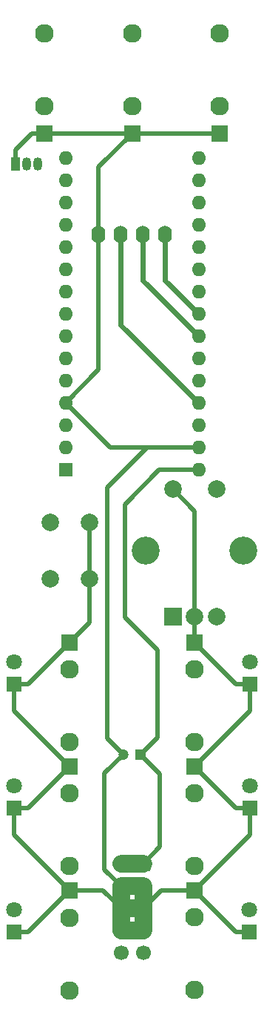
<source format=gbr>
%TF.GenerationSoftware,KiCad,Pcbnew,(6.0.10-0)*%
%TF.CreationDate,2023-02-15T18:47:27+02:00*%
%TF.ProjectId,gtoe,67746f65-2e6b-4696-9361-645f70636258,rev?*%
%TF.SameCoordinates,Original*%
%TF.FileFunction,Copper,L1,Top*%
%TF.FilePolarity,Positive*%
%FSLAX46Y46*%
G04 Gerber Fmt 4.6, Leading zero omitted, Abs format (unit mm)*
G04 Created by KiCad (PCBNEW (6.0.10-0)) date 2023-02-15 18:47:27*
%MOMM*%
%LPD*%
G01*
G04 APERTURE LIST*
G04 Aperture macros list*
%AMRoundRect*
0 Rectangle with rounded corners*
0 $1 Rounding radius*
0 $2 $3 $4 $5 $6 $7 $8 $9 X,Y pos of 4 corners*
0 Add a 4 corners polygon primitive as box body*
4,1,4,$2,$3,$4,$5,$6,$7,$8,$9,$2,$3,0*
0 Add four circle primitives for the rounded corners*
1,1,$1+$1,$2,$3*
1,1,$1+$1,$4,$5*
1,1,$1+$1,$6,$7*
1,1,$1+$1,$8,$9*
0 Add four rect primitives between the rounded corners*
20,1,$1+$1,$2,$3,$4,$5,0*
20,1,$1+$1,$4,$5,$6,$7,0*
20,1,$1+$1,$6,$7,$8,$9,0*
20,1,$1+$1,$8,$9,$2,$3,0*%
G04 Aperture macros list end*
%TA.AperFunction,ComponentPad*%
%ADD10R,1.930000X1.830000*%
%TD*%
%TA.AperFunction,ComponentPad*%
%ADD11C,2.130000*%
%TD*%
%TA.AperFunction,ComponentPad*%
%ADD12R,1.800000X1.800000*%
%TD*%
%TA.AperFunction,ComponentPad*%
%ADD13C,1.800000*%
%TD*%
%TA.AperFunction,ComponentPad*%
%ADD14R,2.000000X2.000000*%
%TD*%
%TA.AperFunction,ComponentPad*%
%ADD15C,2.000000*%
%TD*%
%TA.AperFunction,ComponentPad*%
%ADD16C,3.200000*%
%TD*%
%TA.AperFunction,ComponentPad*%
%ADD17O,1.600000X2.000000*%
%TD*%
%TA.AperFunction,ComponentPad*%
%ADD18R,1.200000X1.200000*%
%TD*%
%TA.AperFunction,ComponentPad*%
%ADD19C,1.200000*%
%TD*%
%TA.AperFunction,ComponentPad*%
%ADD20R,1.600000X1.600000*%
%TD*%
%TA.AperFunction,ComponentPad*%
%ADD21O,1.600000X1.600000*%
%TD*%
%TA.AperFunction,ComponentPad*%
%ADD22R,1.050000X1.500000*%
%TD*%
%TA.AperFunction,ComponentPad*%
%ADD23O,1.050000X1.500000*%
%TD*%
%TA.AperFunction,ComponentPad*%
%ADD24RoundRect,0.250000X0.600000X0.600000X-0.600000X0.600000X-0.600000X-0.600000X0.600000X-0.600000X0*%
%TD*%
%TA.AperFunction,ComponentPad*%
%ADD25C,1.700000*%
%TD*%
%TA.AperFunction,Conductor*%
%ADD26C,0.500000*%
%TD*%
%TA.AperFunction,Conductor*%
%ADD27C,2.000000*%
%TD*%
%TA.AperFunction,Conductor*%
%ADD28C,0.600000*%
%TD*%
G04 APERTURE END LIST*
D10*
%TO.P,J9,S*%
%TO.N,GND*%
X125000000Y-52830000D03*
D11*
%TO.P,J9,T*%
%TO.N,Net-(J9-PadT)*%
X125000000Y-41430000D03*
%TO.P,J9,TN*%
%TO.N,unconnected-(J9-PadTN)*%
X125000000Y-49730000D03*
%TD*%
D12*
%TO.P,D5,1,K*%
%TO.N,GND*%
X101520000Y-143970000D03*
D13*
%TO.P,D5,2,A*%
%TO.N,Net-(D5-Pad2)*%
X101520000Y-141430000D03*
%TD*%
D10*
%TO.P,J2,S*%
%TO.N,GND*%
X122150000Y-110920000D03*
D11*
%TO.P,J2,T*%
%TO.N,Net-(J2-PadT)*%
X122150000Y-122320000D03*
%TO.P,J2,TN*%
%TO.N,unconnected-(J2-PadTN)*%
X122150000Y-114020000D03*
%TD*%
D10*
%TO.P,J5,S*%
%TO.N,GND*%
X107850000Y-139220000D03*
D11*
%TO.P,J5,T*%
%TO.N,Net-(J5-PadT)*%
X107850000Y-150620000D03*
%TO.P,J5,TN*%
%TO.N,unconnected-(J5-PadTN)*%
X107850000Y-142320000D03*
%TD*%
D10*
%TO.P,J8,S*%
%TO.N,GND*%
X115000000Y-52830000D03*
D11*
%TO.P,J8,T*%
%TO.N,Net-(J8-PadT)*%
X115000000Y-41430000D03*
%TO.P,J8,TN*%
%TO.N,unconnected-(J8-PadTN)*%
X115000000Y-49730000D03*
%TD*%
D12*
%TO.P,D4,1,K*%
%TO.N,GND*%
X128500000Y-129820000D03*
D13*
%TO.P,D4,2,A*%
%TO.N,Net-(D4-Pad2)*%
X128500000Y-127280000D03*
%TD*%
D12*
%TO.P,D3,1,K*%
%TO.N,GND*%
X101500000Y-129820000D03*
D13*
%TO.P,D3,2,A*%
%TO.N,Net-(D3-Pad2)*%
X101500000Y-127280000D03*
%TD*%
D10*
%TO.P,J3,S*%
%TO.N,GND*%
X107850000Y-125070000D03*
D11*
%TO.P,J3,T*%
%TO.N,Net-(J3-PadT)*%
X107850000Y-136470000D03*
%TO.P,J3,TN*%
%TO.N,unconnected-(J3-PadTN)*%
X107850000Y-128170000D03*
%TD*%
D12*
%TO.P,D2,1,K*%
%TO.N,GND*%
X128500000Y-115670000D03*
D13*
%TO.P,D2,2,A*%
%TO.N,Net-(D2-Pad2)*%
X128500000Y-113130000D03*
%TD*%
D14*
%TO.P,SW2,A,A*%
%TO.N,ENC_D1*%
X119650000Y-107950000D03*
D15*
%TO.P,SW2,B,B*%
%TO.N,ENC_D2*%
X124650000Y-107950000D03*
%TO.P,SW2,C,C*%
%TO.N,GND*%
X122150000Y-107950000D03*
D16*
%TO.P,SW2,MP*%
%TO.N,N/C*%
X116550000Y-100450000D03*
X127750000Y-100450000D03*
D15*
%TO.P,SW2,S1,S1*%
%TO.N,ENC_BTN*%
X124650000Y-93450000D03*
%TO.P,SW2,S2,S2*%
%TO.N,GND*%
X119650000Y-93450000D03*
%TD*%
D10*
%TO.P,J6,S*%
%TO.N,GND*%
X122150000Y-139210000D03*
D11*
%TO.P,J6,T*%
%TO.N,Net-(J6-PadT)*%
X122150000Y-150610000D03*
%TO.P,J6,TN*%
%TO.N,unconnected-(J6-PadTN)*%
X122150000Y-142310000D03*
%TD*%
D17*
%TO.P,Screen,1,GND*%
%TO.N,GND*%
X111179000Y-64398000D03*
%TO.P,Screen,2,VCC*%
%TO.N,+5V*%
X113719000Y-64398000D03*
%TO.P,Screen,3,SCL*%
%TO.N,I2C SCL*%
X116259000Y-64398000D03*
%TO.P,Screen,4,SDA*%
%TO.N,I2C SDA*%
X118799000Y-64398000D03*
%TD*%
D10*
%TO.P,J1,S*%
%TO.N,GND*%
X107850000Y-110920000D03*
D11*
%TO.P,J1,T*%
%TO.N,Net-(J1-PadT)*%
X107850000Y-122320000D03*
%TO.P,J1,TN*%
%TO.N,unconnected-(J1-PadTN)*%
X107850000Y-114020000D03*
%TD*%
D12*
%TO.P,D6,1,K*%
%TO.N,GND*%
X128400000Y-143970000D03*
D13*
%TO.P,D6,2,A*%
%TO.N,Net-(D6-Pad2)*%
X128400000Y-141430000D03*
%TD*%
D12*
%TO.P,D1,1,K*%
%TO.N,GND*%
X101500000Y-115670000D03*
D13*
%TO.P,D1,2,A*%
%TO.N,Net-(D1-Pad2)*%
X101500000Y-113130000D03*
%TD*%
D10*
%TO.P,J4,S*%
%TO.N,GND*%
X122150000Y-125070000D03*
D11*
%TO.P,J4,T*%
%TO.N,Net-(J4-PadT)*%
X122150000Y-136470000D03*
%TO.P,J4,TN*%
%TO.N,unconnected-(J4-PadTN)*%
X122150000Y-128170000D03*
%TD*%
D10*
%TO.P,J7,S*%
%TO.N,GND*%
X105000000Y-52830000D03*
D11*
%TO.P,J7,T*%
%TO.N,Net-(J7-PadT)*%
X105000000Y-41430000D03*
%TO.P,J7,TN*%
%TO.N,unconnected-(J7-PadTN)*%
X105000000Y-49730000D03*
%TD*%
D15*
%TO.P,SW1,1*%
%TO.N,START STOP BTN*%
X105600000Y-103700000D03*
X105600000Y-97200000D03*
%TO.P,SW1,2*%
%TO.N,GND*%
X110100000Y-97200000D03*
X110100000Y-103700000D03*
%TD*%
D18*
%TO.P,C1,1*%
%TO.N,+12V*%
X116000400Y-123700000D03*
D19*
%TO.P,C1,2*%
%TO.N,GND*%
X114000400Y-123700000D03*
%TD*%
D20*
%TO.P,Nano,1,D1/TX*%
%TO.N,unconnected-(A1-Pad1)*%
X107375000Y-91200000D03*
D21*
%TO.P,Nano,2,D0/RX*%
%TO.N,unconnected-(A1-Pad2)*%
X107375000Y-88660000D03*
%TO.P,Nano,3,~{RESET}*%
%TO.N,unconnected-(A1-Pad3)*%
X107375000Y-86120000D03*
%TO.P,Nano,4,GND*%
%TO.N,GND*%
X107375000Y-83580000D03*
%TO.P,Nano,5,D2*%
%TO.N,DIGITAL INPUT*%
X107375000Y-81040000D03*
%TO.P,Nano,6,D3*%
%TO.N,unconnected-(A1-Pad6)*%
X107375000Y-78500000D03*
%TO.P,Nano,7,D4*%
%TO.N,unconnected-(A1-Pad7)*%
X107375000Y-75960000D03*
%TO.P,Nano,8,D5*%
%TO.N,START STOP BTN*%
X107375000Y-73420000D03*
%TO.P,Nano,9,D6*%
%TO.N,Channel 1*%
X107375000Y-70880000D03*
%TO.P,Nano,10,D7*%
%TO.N,Channel 3*%
X107375000Y-68340000D03*
%TO.P,Nano,11,D8*%
%TO.N,Channel 5*%
X107375000Y-65800000D03*
%TO.P,Nano,12,D9*%
%TO.N,Channel 6*%
X107375000Y-63260000D03*
%TO.P,Nano,13,D10*%
%TO.N,Channel 4*%
X107375000Y-60720000D03*
%TO.P,Nano,14,D11*%
%TO.N,Channel 2*%
X107375000Y-58180000D03*
%TO.P,Nano,15,D12*%
%TO.N,unconnected-(A1-Pad15)*%
X107375000Y-55640000D03*
%TO.P,Nano,16,D13*%
%TO.N,unconnected-(A1-Pad16)*%
X122615000Y-55640000D03*
%TO.P,Nano,17,3V3*%
%TO.N,unconnected-(A1-Pad17)*%
X122615000Y-58180000D03*
%TO.P,Nano,18,AREF*%
%TO.N,unconnected-(A1-Pad18)*%
X122615000Y-60720000D03*
%TO.P,Nano,19,A0*%
%TO.N,unconnected-(A1-Pad19)*%
X122615000Y-63260000D03*
%TO.P,Nano,20,A1*%
%TO.N,A2 INPUT*%
X122615000Y-65800000D03*
%TO.P,Nano,21,A2*%
%TO.N,A1 INPUT*%
X122615000Y-68340000D03*
%TO.P,Nano,22,A3*%
%TO.N,ENC_D1*%
X122615000Y-70880000D03*
%TO.P,Nano,23,A4*%
%TO.N,I2C SDA*%
X122615000Y-73420000D03*
%TO.P,Nano,24,A5*%
%TO.N,I2C SCL*%
X122615000Y-75960000D03*
%TO.P,Nano,25,A6*%
%TO.N,ENC_D2*%
X122615000Y-78500000D03*
%TO.P,Nano,26,A7*%
%TO.N,ENC_BTN*%
X122615000Y-81040000D03*
%TO.P,Nano,27,+5V*%
%TO.N,+5V*%
X122615000Y-83580000D03*
%TO.P,Nano,28,~{RESET}*%
%TO.N,unconnected-(A1-Pad28)*%
X122615000Y-86120000D03*
%TO.P,Nano,29,GND*%
%TO.N,GND*%
X122615000Y-88660000D03*
%TO.P,Nano,30,VIN*%
%TO.N,+12V*%
X122615000Y-91200000D03*
%TD*%
D22*
%TO.P,Q1,1,E*%
%TO.N,GND*%
X101630000Y-56300000D03*
D23*
%TO.P,Q1,2,B*%
%TO.N,Net-(D7-Pad1)*%
X102900000Y-56300000D03*
%TO.P,Q1,3,C*%
%TO.N,DIGITAL INPUT*%
X104170000Y-56300000D03*
%TD*%
D24*
%TO.P,J10,1,Pin_1*%
%TO.N,+12V*%
X116270000Y-136200000D03*
D25*
%TO.P,J10,2,Pin_2*%
X113730000Y-136200000D03*
%TO.P,J10,3,Pin_3*%
%TO.N,GND*%
X116270000Y-138740000D03*
%TO.P,J10,4,Pin_4*%
X113730000Y-138740000D03*
%TO.P,J10,5,Pin_5*%
X116270000Y-141280000D03*
%TO.P,J10,6,Pin_6*%
X113730000Y-141280000D03*
%TO.P,J10,7,Pin_7*%
X116270000Y-143820000D03*
%TO.P,J10,8,Pin_8*%
X113730000Y-143820000D03*
%TO.P,J10,9,Pin_9*%
%TO.N,unconnected-(J10-Pad9)*%
X116270000Y-146360000D03*
%TO.P,J10,10,Pin_10*%
%TO.N,unconnected-(J10-Pad10)*%
X113730000Y-146360000D03*
%TD*%
D26*
%TO.N,GND*%
X111179000Y-79776000D02*
X111179000Y-64398000D01*
X126900000Y-129820000D02*
X122150000Y-125070000D01*
X122150000Y-107950000D02*
X122150000Y-95950000D01*
X110100000Y-108160000D02*
X110100000Y-97200000D01*
X105000000Y-52830000D02*
X103535000Y-52830000D01*
X122150000Y-95950000D02*
X119650000Y-93450000D01*
X110110000Y-108660000D02*
X110110000Y-108170000D01*
X128500000Y-118720000D02*
X128500000Y-115670000D01*
X101500000Y-115670000D02*
X103100000Y-115670000D01*
D27*
X113730000Y-143820000D02*
X113730000Y-141280000D01*
D26*
X122150000Y-139210000D02*
X126910000Y-143970000D01*
X110110000Y-108170000D02*
X110100000Y-108160000D01*
X122150000Y-110920000D02*
X122150000Y-107950000D01*
X103535000Y-52830000D02*
X101630000Y-54735000D01*
X107850000Y-139220000D02*
X103100000Y-143970000D01*
X107375000Y-83580000D02*
X111179000Y-79776000D01*
X103100000Y-143970000D02*
X101520000Y-143970000D01*
X113730000Y-138740000D02*
X111850000Y-136860000D01*
X105000000Y-52830000D02*
X115000000Y-52830000D01*
X101500000Y-118720000D02*
X101500000Y-115670000D01*
X128500000Y-115670000D02*
X126900000Y-115670000D01*
X114000400Y-123700000D02*
X112140000Y-121839600D01*
X101500000Y-129820000D02*
X103100000Y-129820000D01*
X112140000Y-121840000D02*
X112140000Y-93240000D01*
X107375000Y-83580000D02*
X112465000Y-88670000D01*
X116710000Y-88670000D02*
X116720000Y-88660000D01*
X112140000Y-93240000D02*
X116720000Y-88660000D01*
X128500000Y-132860000D02*
X128500000Y-129820000D01*
D27*
X116270000Y-138740000D02*
X113730000Y-138740000D01*
X116270000Y-141280000D02*
X116270000Y-143820000D01*
X113730000Y-141280000D02*
X116270000Y-141280000D01*
D26*
X128500000Y-129820000D02*
X126900000Y-129820000D01*
X111850000Y-125850400D02*
X114000400Y-123700000D01*
X111179000Y-64398000D02*
X111179000Y-56651000D01*
X101500000Y-132870000D02*
X101500000Y-129820000D01*
X101630000Y-54735000D02*
X101630000Y-56300000D01*
X107850000Y-125070000D02*
X101500000Y-118720000D01*
X122150000Y-125070000D02*
X128500000Y-118720000D01*
X111179000Y-56651000D02*
X115000000Y-52830000D01*
X111670000Y-139220000D02*
X107850000Y-139220000D01*
X103100000Y-115670000D02*
X107850000Y-110920000D01*
X116270000Y-141280000D02*
X118340000Y-139210000D01*
D27*
X116270000Y-141280000D02*
X116270000Y-138740000D01*
X113730000Y-138740000D02*
X113730000Y-141280000D01*
D26*
X118340000Y-139210000D02*
X122150000Y-139210000D01*
X107850000Y-110920000D02*
X110110000Y-108660000D01*
X126910000Y-143970000D02*
X128400000Y-143970000D01*
X122150000Y-139210000D02*
X128500000Y-132860000D01*
X115000000Y-52830000D02*
X125000000Y-52830000D01*
X116720000Y-88660000D02*
X122615000Y-88660000D01*
X107850000Y-139220000D02*
X101500000Y-132870000D01*
X103100000Y-129820000D02*
X107850000Y-125070000D01*
X113730000Y-141280000D02*
X111670000Y-139220000D01*
D27*
X116270000Y-143820000D02*
X113730000Y-143820000D01*
D26*
X126900000Y-115670000D02*
X122150000Y-110920000D01*
X111850000Y-136860000D02*
X111850000Y-125850400D01*
X112465000Y-88670000D02*
X116710000Y-88670000D01*
D28*
%TO.N,I2C SDA*%
X122615000Y-73420000D02*
X118799000Y-69604000D01*
X118799000Y-69604000D02*
X118799000Y-64398000D01*
%TO.N,I2C SCL*%
X122615000Y-75960000D02*
X116259000Y-69604000D01*
X116259000Y-69604000D02*
X116259000Y-64398000D01*
%TO.N,+5V*%
X122615000Y-83580000D02*
X113719000Y-74684000D01*
X113719000Y-74684000D02*
X113719000Y-64398000D01*
D26*
%TO.N,+12V*%
X117890000Y-111780000D02*
X114160000Y-108050000D01*
X116270000Y-136200000D02*
X118200000Y-134270000D01*
X114160000Y-95160000D02*
X118120000Y-91200000D01*
X117890000Y-121810400D02*
X117890000Y-111780000D01*
X118110000Y-91200000D02*
X122615000Y-91200000D01*
X116000400Y-123700000D02*
X117890000Y-121810400D01*
X114160000Y-108050000D02*
X114160000Y-95160000D01*
X118200000Y-125899600D02*
X116000400Y-123700000D01*
D27*
X116270000Y-136200000D02*
X113730000Y-136200000D01*
D26*
X118200000Y-134270000D02*
X118200000Y-125899600D01*
%TD*%
M02*

</source>
